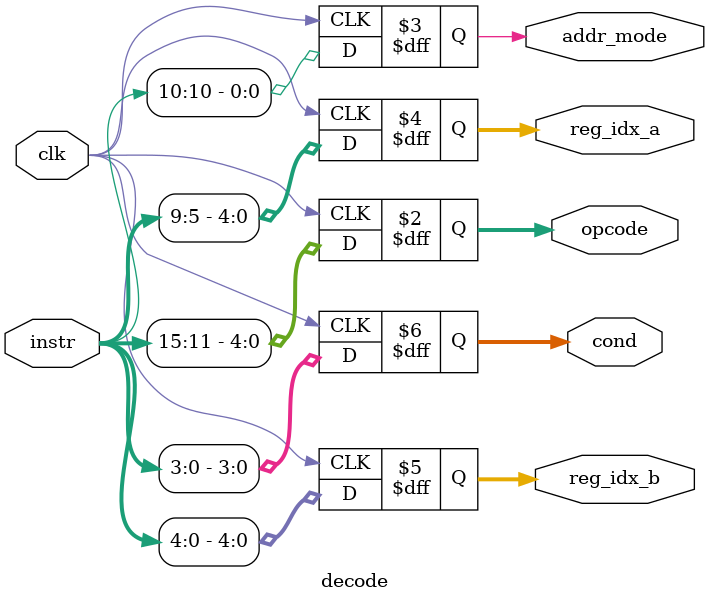
<source format=v>

/*
	Name		:	Decode Unit
	Word size	:	16-bit
	Detail of Instruction	:	[15:11]	- OpCode
								[10]	- Adressing Mode(Direct Mode or Immediate Mode)
								[9:5]	- Operand A(Register Index)
								[4:0]	- Operand B(Register Index or Immediate)
*/

module decode (
	input wire clk,
	input wire [15:0] instr,
	output reg [4:0] opcode,
	output reg addr_mode,
	output reg [4:0] reg_idx_a,
	output reg [4:0] reg_idx_b,
	output reg [3:0] cond
	);
	
	always @ (posedge clk)
	begin
		opcode <= instr[15:11];
		addr_mode <= instr[10];
		reg_idx_a <= instr[9:5];
		reg_idx_b <= instr[4:0];
		cond <= instr[3:0];
	end
	
endmodule

</source>
